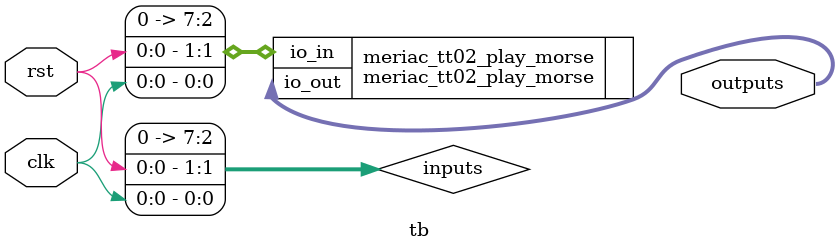
<source format=v>
`default_nettype none
`timescale 1ns/1ps

/*
this testbench just instantiates the module and makes some convenient wires
that can be driven / tested by the cocotb test.py
*/

module tb (
    // testbench is controlled by test.py
    input clk,
    input rst,
    output [7:0] outputs
   );

    // this part dumps the trace to a vcd file that can be viewed with GTKWave
    initial begin
        $dumpfile ("tb.vcd");
        $dumpvars (0, tb);
        #1;
    end

    // wire up the inputs and outputs
    wire [7:0] inputs = {6'b0, rst, clk};

    // instantiate the DUT
    meriac_tt02_play_morse #(.MAX_COUNT(898)) meriac_tt02_play_morse(
        .io_in  (inputs),
        .io_out (outputs)
        );

endmodule

</source>
